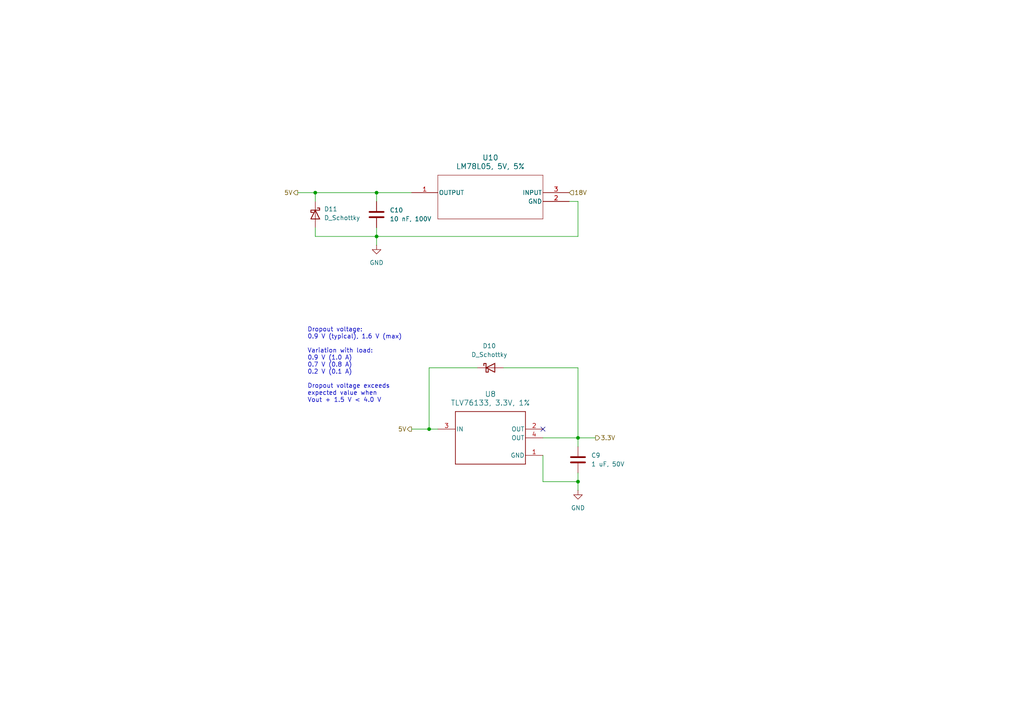
<source format=kicad_sch>
(kicad_sch (version 20250114) (generator "eeschema") (generator_version "9.0")
  (paper "A4")
  (lib_symbols
    (symbol "Device:C" (pin_numbers (hide yes)) (pin_names (offset 0.254))
      (property "Reference" "C" (at 0.635 2.54 0))
      (property "Value" "C" (at 0.635 -2.54 0))
      (symbol "C_0_1"
        (polyline (pts (xy -2.032 0.762) (xy 2.032 0.762)) (stroke (width 0.508)))
        (polyline (pts (xy -2.032 -0.762) (xy 2.032 -0.762)) (stroke (width 0.508)))
      )
      (symbol "C_1_1"
        (pin passive line (at 0 3.81 270) (length 2.794) (name "~") (number "1"))
        (pin passive line (at 0 -3.81 90) (length 2.794) (name "~") (number "2"))
      )
    )
    (symbol "Device:D_Schottky" (pin_numbers (hide yes)) (pin_names (offset 1.016) (hide yes))
      (property "Reference" "D" (at 0 2.54 0))
      (property "Value" "D_Schottky" (at 0 -2.54 0))
      (symbol "D_Schottky_0_1"
        (polyline (pts (xy -1.905 0.635) (xy -1.905 1.27) (xy -1.27 1.27) (xy -1.27 -1.27) (xy -0.635 -1.27) (xy -0.635 -0.635)) (stroke (width 0.254)))
        (polyline (pts (xy 1.27 1.27) (xy 1.27 -1.27) (xy -1.27 0) (xy 1.27 1.27)) (stroke (width 0.254)))
        (polyline (pts (xy 1.27 0) (xy -1.27 0)))
      )
      (symbol "D_Schottky_1_1"
        (pin passive line (at -3.81 0 0) (length 2.54) (name "K") (number "1"))
        (pin passive line (at 3.81 0 180) (length 2.54) (name "A") (number "2"))
      )
    )
    (symbol "LM78L:LM78L05ACZ_LFT1" (pin_names (offset 0.254))
      (property "Reference" "U" (at 22.86 10.16 0))
      (property "Value" "LM78L05ACZ/LFT1" (at 22.86 7.62 0))
      (symbol "LM78L05ACZ_LFT1_0_1"
        (polyline (pts (xy 7.62 5.08) (xy 7.62 -7.62)) (stroke (width 0.127)))
        (polyline (pts (xy 7.62 -7.62) (xy 38.1 -7.62)) (stroke (width 0.127)))
        (polyline (pts (xy 38.1 5.08) (xy 7.62 5.08)) (stroke (width 0.127)))
        (polyline (pts (xy 38.1 -7.62) (xy 38.1 5.08)) (stroke (width 0.127)))
        (pin output line (at 0 0 0) (length 7.62) (name "OUTPUT") (number "1"))
        (pin input line (at 45.72 0 180) (length 7.62) (name "INPUT") (number "3"))
        (pin power_in line (at 45.72 -2.54 180) (length 7.62) (name "GND") (number "2"))
      )
    )
    (symbol "TLV761:PTLV76118DCYR" (pin_names (offset 0.254))
      (property "Reference" "U" (at 0 2.54 0))
      (property "Value" "PTLV76118DCYR" (at 0 0 0))
      (symbol "PTLV76118DCYR_0_1"
        (polyline (pts (xy 3.81 3.81) (xy 3.81 -11.43)) (stroke (width 0.2032)))
        (polyline (pts (xy 3.81 -11.43) (xy 24.13 -11.43)) (stroke (width 0.2032)))
        (polyline (pts (xy 24.13 3.81) (xy 3.81 3.81)) (stroke (width 0.2032)))
        (polyline (pts (xy 24.13 -11.43) (xy 24.13 3.81)) (stroke (width 0.2032)))
        (pin power_in line (at -1.27 -1.27 0) (length 5.08) (name "IN") (number "3"))
        (pin power_in line (at 29.21 -1.27 180) (length 5.08) (name "OUT") (number "2"))
        (pin power_in line (at 29.21 -3.81 180) (length 5.08) (name "OUT") (number "4"))
        (pin power_in line (at 29.21 -8.89 180) (length 5.08) (name "GND") (number "1"))
      )
    )
    (symbol "power:GND" (power) (pin_numbers (hide yes)) (pin_names (offset 0) (hide yes))
      (property "Value" "GND" (at 0 -3.81 0))
      (symbol "GND_0_1"
        (polyline (pts (xy 0 0) (xy 0 -1.27) (xy 1.27 -1.27) (xy 0 -2.54) (xy -1.27 -1.27) (xy 0 -1.27)))
      )
      (symbol "GND_1_1"
        (pin power_in line (at 0 0 270) (length 0) (name "~") (number "1"))
      )
    )
  )
  (text "Dropout voltage:\n0.9 V (typical), 1.6 V (max)\n\nVariation with load:\n0.9 V (1.0 A)\n0.7 V (0.8 A)\n0.2 V (0.1 A)\n\nDropout voltage exceeds\nexpected value when\nVout + 1.5 V < 4.0 V" (at 89.154 105.918 0) (effects (font (size 1.27 1.27)) (justify left)))
  (junction (at 124.46 124.46))
  (junction (at 167.64 139.7))
  (junction (at 167.64 127))
  (junction (at 109.22 68.58))
  (junction (at 91.44 55.88))
  (junction (at 109.22 55.88))
  (no_connect (at 157.48 124.46))
  (wire (pts (xy 124.46 106.68) (xy 124.46 124.46)))
  (wire (pts (xy 124.46 124.46) (xy 127 124.46)))
  (wire (pts (xy 167.64 127) (xy 167.64 129.54)))
  (wire (pts (xy 167.64 68.58) (xy 167.64 58.42)))
  (wire (pts (xy 119.38 124.46) (xy 124.46 124.46)))
  (wire (pts (xy 167.64 139.7) (xy 157.48 139.7)))
  (wire (pts (xy 138.43 106.68) (xy 124.46 106.68)))
  (wire (pts (xy 91.44 55.88) (xy 91.44 58.42)))
  (wire (pts (xy 157.48 127) (xy 167.64 127)))
  (wire (pts (xy 109.22 66.04) (xy 109.22 68.58)))
  (wire (pts (xy 109.22 55.88) (xy 119.38 55.88)))
  (wire (pts (xy 109.22 55.88) (xy 91.44 55.88)))
  (wire (pts (xy 167.64 137.16) (xy 167.64 139.7)))
  (wire (pts (xy 109.22 55.88) (xy 109.22 58.42)))
  (wire (pts (xy 165.1 58.42) (xy 167.64 58.42)))
  (wire (pts (xy 109.22 68.58) (xy 167.64 68.58)))
  (wire (pts (xy 91.44 66.04) (xy 91.44 68.58)))
  (wire (pts (xy 146.05 106.68) (xy 167.64 106.68)))
  (wire (pts (xy 86.36 55.88) (xy 91.44 55.88)))
  (wire (pts (xy 157.48 132.08) (xy 157.48 139.7)))
  (wire (pts (xy 167.64 127) (xy 167.64 106.68)))
  (wire (pts (xy 167.64 127) (xy 172.72 127)))
  (wire (pts (xy 167.64 139.7) (xy 167.64 142.24)))
  (wire (pts (xy 109.22 68.58) (xy 109.22 71.12)))
  (wire (pts (xy 91.44 68.58) (xy 109.22 68.58)))
  (hierarchical_label "5V" (shape output) (at 119.38 124.46 180))
  (hierarchical_label "18V" (shape input) (at 165.1 55.88 0))
  (hierarchical_label "5V" (shape output) (at 86.36 55.88 180))
  (hierarchical_label "3.3V" (shape output) (at 172.72 127 0))
  (symbol (lib_id "LM78L:LM78L05ACZ_LFT1") (at 119.38 55.88 0) (unit 1)
    (property "Reference" "U10" (at 142.24 45.72 0) (effects (font (size 1.524 1.524))))
    (property "Value" "LM78L05, 5V, 5%" (at 142.24 48.26 0) (effects (font (size 1.524 1.524))))
    (property "Footprint" "LP3_TEX" (effects (hide yes)))
    (property "Datasheet" "https://www.ti.com/lit/gpn/lm78l" (effects (hide yes)))
  )
  (symbol (lib_id "Device:C") (at 109.22 62.23 0) (unit 1)
    (property "Reference" "C10" (at 113.03 60.9599 0) (effects (justify left)))
    (property "Value" "10 nF, 100V" (at 113.03 63.4999 0) (effects (justify left)))
    (property "Description" "Unpolarized capacitor" (effects (hide yes)))
    (property "Purchase Link" "https://www.digikey.com/en/products/detail/murata-electronics/GCM188R72A103KA37D/1641655" (effects (hide yes)))
  )
  (symbol (lib_id "Device:D_Schottky") (at 142.24 106.68 0) (unit 1)
    (property "Reference" "D10" (at 141.9225 100.33 0))
    (property "Value" "D_Schottky" (at 141.9225 102.87 0))
    (property "Description" "Schottky diode" (effects (hide yes)))
  )
  (symbol (lib_id "power:GND") (at 109.22 71.12 0) (unit 1)
    (property "Reference" "#PWR015" (effects (hide yes)))
    (property "Value" "GND" (at 109.22 76.2 0))
    (property "Description" "Power symbol creates a global label with name \"GND\" , ground" (effects (hide yes)))
  )
  (symbol (lib_id "power:GND") (at 167.64 142.24 0) (unit 1)
    (property "Reference" "#PWR014" (effects (hide yes)))
    (property "Value" "GND" (at 167.64 147.32 0))
    (property "Description" "Power symbol creates a global label with name \"GND\" , ground" (effects (hide yes)))
  )
  (symbol (lib_id "Device:D_Schottky") (at 91.44 62.23 270) (unit 1)
    (property "Reference" "D11" (at 93.98 60.6424 90) (effects (justify left)))
    (property "Value" "D_Schottky" (at 93.98 63.1824 90) (effects (justify left)))
    (property "Description" "Schottky diode" (effects (hide yes)))
  )
  (symbol (lib_id "Device:C") (at 167.64 133.35 0) (unit 1)
    (property "Reference" "C9" (at 171.45 132.0799 0) (effects (justify left)))
    (property "Value" "1 uF, 50V" (at 171.45 134.6199 0) (effects (justify left)))
    (property "Description" "Unpolarized capacitor" (effects (hide yes)))
    (property "Purchase Link" "https://www.digikey.com/en/products/detail/murata-electronics/GRT188R61H105KE13D/5416752" (effects (hide yes)))
  )
  (symbol (lib_id "TLV761:PTLV76118DCYR") (at 128.27 123.19 0) (unit 1)
    (property "Reference" "U8" (at 142.24 114.3 0) (effects (font (size 1.524 1.524))))
    (property "Value" "TLV76133, 3.3V, 1%" (at 142.24 116.84 0) (effects (font (size 1.524 1.524))))
    (property "Footprint" "DCY0004A-IPC_A" (effects (hide yes)))
    (property "Datasheet" "https://www.ti.com/lit/gpn/tlv761" (effects (hide yes)))
    (property "Purchase Link" "https://www.digikey.com/en/products/detail/texas-instruments/TLV76133DCYR/18716472" (effects (hide yes)))
  )
)
</source>
